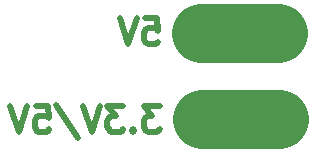
<source format=gbr>
G04 #@! TF.GenerationSoftware,KiCad,Pcbnew,(5.1.5)-3*
G04 #@! TF.CreationDate,2020-04-19T11:52:18-04:00*
G04 #@! TF.ProjectId,RS232_TTL_Male,52533233-325f-4545-944c-5f4d616c652e,1*
G04 #@! TF.SameCoordinates,Original*
G04 #@! TF.FileFunction,Legend,Bot*
G04 #@! TF.FilePolarity,Positive*
%FSLAX46Y46*%
G04 Gerber Fmt 4.6, Leading zero omitted, Abs format (unit mm)*
G04 Created by KiCad (PCBNEW (5.1.5)-3) date 2020-04-19 11:52:18*
%MOMM*%
%LPD*%
G04 APERTURE LIST*
%ADD10C,5.000000*%
%ADD11C,0.476250*%
G04 APERTURE END LIST*
D10*
X183900000Y-70000000D02*
X177400000Y-70000000D01*
X184000000Y-77300000D02*
X177500000Y-77300000D01*
D11*
X172648294Y-68802940D02*
X173676389Y-68802940D01*
X173779199Y-69831035D01*
X173676389Y-69728226D01*
X173470770Y-69625416D01*
X172956723Y-69625416D01*
X172751104Y-69728226D01*
X172648294Y-69831035D01*
X172545485Y-70036654D01*
X172545485Y-70550702D01*
X172648294Y-70756321D01*
X172751104Y-70859130D01*
X172956723Y-70961940D01*
X173470770Y-70961940D01*
X173676389Y-70859130D01*
X173779199Y-70756321D01*
X171928627Y-68802940D02*
X171208961Y-70961940D01*
X170489294Y-68802940D01*
X173882008Y-76232440D02*
X172545485Y-76232440D01*
X173265151Y-77054916D01*
X172956723Y-77054916D01*
X172751104Y-77157726D01*
X172648294Y-77260535D01*
X172545485Y-77466154D01*
X172545485Y-77980202D01*
X172648294Y-78185821D01*
X172751104Y-78288630D01*
X172956723Y-78391440D01*
X173573580Y-78391440D01*
X173779199Y-78288630D01*
X173882008Y-78185821D01*
X171620199Y-78185821D02*
X171517389Y-78288630D01*
X171620199Y-78391440D01*
X171723008Y-78288630D01*
X171620199Y-78185821D01*
X171620199Y-78391440D01*
X170797723Y-76232440D02*
X169461199Y-76232440D01*
X170180866Y-77054916D01*
X169872437Y-77054916D01*
X169666818Y-77157726D01*
X169564008Y-77260535D01*
X169461199Y-77466154D01*
X169461199Y-77980202D01*
X169564008Y-78185821D01*
X169666818Y-78288630D01*
X169872437Y-78391440D01*
X170489294Y-78391440D01*
X170694913Y-78288630D01*
X170797723Y-78185821D01*
X168844342Y-76232440D02*
X168124675Y-78391440D01*
X167405008Y-76232440D01*
X165143199Y-76129630D02*
X166993770Y-78905488D01*
X163395437Y-76232440D02*
X164423532Y-76232440D01*
X164526342Y-77260535D01*
X164423532Y-77157726D01*
X164217913Y-77054916D01*
X163703866Y-77054916D01*
X163498247Y-77157726D01*
X163395437Y-77260535D01*
X163292627Y-77466154D01*
X163292627Y-77980202D01*
X163395437Y-78185821D01*
X163498247Y-78288630D01*
X163703866Y-78391440D01*
X164217913Y-78391440D01*
X164423532Y-78288630D01*
X164526342Y-78185821D01*
X162675770Y-76232440D02*
X161956104Y-78391440D01*
X161236437Y-76232440D01*
M02*

</source>
